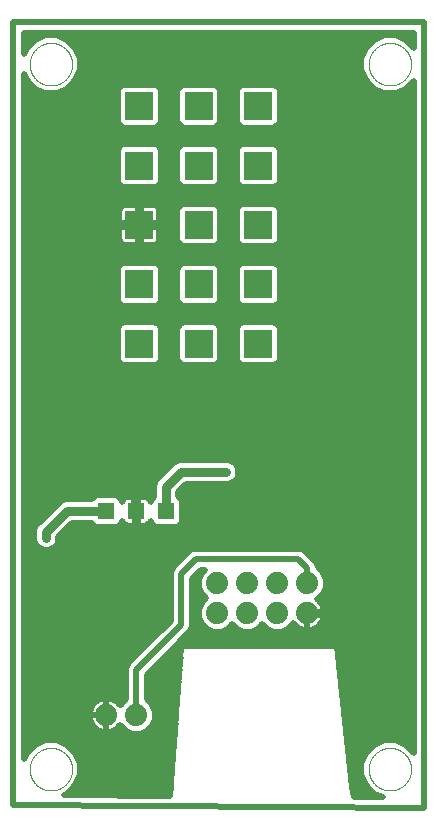
<source format=gbl>
G75*
%MOIN*%
%OFA0B0*%
%FSLAX25Y25*%
%IPPOS*%
%LPD*%
%AMOC8*
5,1,8,0,0,1.08239X$1,22.5*
%
%ADD10C,0.02000*%
%ADD11C,0.00000*%
%ADD12R,0.09300X0.09300*%
%ADD13C,0.07400*%
%ADD14R,0.05543X0.05543*%
%ADD15C,0.03000*%
%ADD16C,0.02578*%
%ADD17C,0.03200*%
D10*
X0002456Y0003000D02*
X0139456Y0002000D01*
X0139456Y0264000D01*
X0002456Y0264000D01*
X0002456Y0003000D01*
X0005956Y0018323D02*
X0005956Y0246677D01*
X0006829Y0244570D01*
X0009526Y0241873D01*
X0013049Y0240413D01*
X0016863Y0240413D01*
X0020386Y0241873D01*
X0023083Y0244570D01*
X0024543Y0248093D01*
X0024543Y0251907D01*
X0023083Y0255430D01*
X0020386Y0258127D01*
X0016863Y0259587D01*
X0013049Y0259587D01*
X0009526Y0258127D01*
X0006829Y0255430D01*
X0005956Y0253323D01*
X0005956Y0260500D01*
X0135956Y0260500D01*
X0135956Y0255557D01*
X0133386Y0258127D01*
X0129863Y0259587D01*
X0126049Y0259587D01*
X0122526Y0258127D01*
X0119829Y0255430D01*
X0118369Y0251907D01*
X0118369Y0248093D01*
X0119829Y0244570D01*
X0122526Y0241873D01*
X0126049Y0240413D01*
X0129863Y0240413D01*
X0133386Y0241873D01*
X0135956Y0244442D01*
X0135956Y0020557D01*
X0133386Y0023127D01*
X0129863Y0024587D01*
X0126049Y0024587D01*
X0122526Y0023127D01*
X0119829Y0020430D01*
X0118369Y0016907D01*
X0118369Y0013093D01*
X0119829Y0009570D01*
X0122526Y0006873D01*
X0125596Y0005601D01*
X0115931Y0005672D01*
X0115456Y0009000D01*
X0110456Y0056000D01*
X0058456Y0056000D01*
X0054691Y0006119D01*
X0019191Y0006378D01*
X0020386Y0006873D01*
X0023083Y0009570D01*
X0024543Y0013093D01*
X0024543Y0016907D01*
X0023083Y0020430D01*
X0020386Y0023127D01*
X0016863Y0024587D01*
X0013049Y0024587D01*
X0009526Y0023127D01*
X0006829Y0020430D01*
X0005956Y0018323D01*
X0005956Y0019987D02*
X0006645Y0019987D01*
X0005956Y0021985D02*
X0008384Y0021985D01*
X0005956Y0023984D02*
X0011593Y0023984D01*
X0005956Y0025982D02*
X0056190Y0025982D01*
X0056040Y0023984D02*
X0018319Y0023984D01*
X0021528Y0021985D02*
X0055889Y0021985D01*
X0055738Y0019987D02*
X0023267Y0019987D01*
X0024095Y0017988D02*
X0055587Y0017988D01*
X0055436Y0015990D02*
X0024543Y0015990D01*
X0024543Y0013991D02*
X0055286Y0013991D01*
X0055135Y0011993D02*
X0024087Y0011993D01*
X0023259Y0009994D02*
X0054984Y0009994D01*
X0054833Y0007996D02*
X0021509Y0007996D01*
X0031268Y0027718D02*
X0030469Y0028125D01*
X0029743Y0028652D01*
X0029108Y0029287D01*
X0028581Y0030013D01*
X0028174Y0030812D01*
X0027896Y0031665D01*
X0027756Y0032551D01*
X0027756Y0033000D01*
X0033456Y0033000D01*
X0033456Y0044000D01*
X0031456Y0046000D01*
X0030456Y0046000D01*
X0030456Y0054000D01*
X0041456Y0070000D01*
X0053456Y0070000D01*
X0054956Y0069949D02*
X0005956Y0069949D01*
X0005956Y0067951D02*
X0054956Y0067951D01*
X0054956Y0065952D02*
X0005956Y0065952D01*
X0005956Y0063954D02*
X0054460Y0063954D01*
X0054956Y0064450D02*
X0041473Y0050967D01*
X0040489Y0049983D01*
X0039956Y0048696D01*
X0039956Y0038261D01*
X0039944Y0038256D01*
X0038200Y0036512D01*
X0038109Y0036293D01*
X0037804Y0036713D01*
X0037169Y0037348D01*
X0036443Y0037875D01*
X0035644Y0038282D01*
X0034791Y0038560D01*
X0033905Y0038700D01*
X0033456Y0038700D01*
X0033456Y0033000D01*
X0033456Y0033000D01*
X0033456Y0027300D01*
X0033905Y0027300D01*
X0034791Y0027440D01*
X0035644Y0027718D01*
X0036443Y0028125D01*
X0037169Y0028652D01*
X0037804Y0029287D01*
X0038109Y0029707D01*
X0038200Y0029488D01*
X0039944Y0027744D01*
X0042223Y0026800D01*
X0044689Y0026800D01*
X0046968Y0027744D01*
X0048712Y0029488D01*
X0049656Y0031767D01*
X0049656Y0034233D01*
X0048712Y0036512D01*
X0046968Y0038256D01*
X0046956Y0038261D01*
X0046956Y0046550D01*
X0061423Y0061017D01*
X0061956Y0062304D01*
X0061956Y0078550D01*
X0064906Y0081500D01*
X0066188Y0081500D01*
X0065200Y0080512D01*
X0064256Y0078233D01*
X0064256Y0075767D01*
X0065200Y0073488D01*
X0066688Y0072000D01*
X0065200Y0070512D01*
X0064256Y0068233D01*
X0064256Y0065767D01*
X0065200Y0063488D01*
X0066944Y0061744D01*
X0069223Y0060800D01*
X0071689Y0060800D01*
X0073968Y0061744D01*
X0075456Y0063232D01*
X0076944Y0061744D01*
X0079223Y0060800D01*
X0081689Y0060800D01*
X0083968Y0061744D01*
X0085456Y0063232D01*
X0086944Y0061744D01*
X0089223Y0060800D01*
X0091689Y0060800D01*
X0093968Y0061744D01*
X0095712Y0063488D01*
X0095803Y0063707D01*
X0096108Y0063287D01*
X0096743Y0062652D01*
X0097469Y0062125D01*
X0098268Y0061718D01*
X0099121Y0061440D01*
X0100007Y0061300D01*
X0100456Y0061300D01*
X0100905Y0061300D01*
X0101791Y0061440D01*
X0102644Y0061718D01*
X0103443Y0062125D01*
X0104169Y0062652D01*
X0104804Y0063287D01*
X0105331Y0064013D01*
X0105738Y0064812D01*
X0106016Y0065665D01*
X0106156Y0066551D01*
X0106156Y0067000D01*
X0106156Y0067449D01*
X0106016Y0068335D01*
X0105738Y0069188D01*
X0105331Y0069987D01*
X0104804Y0070713D01*
X0104169Y0071348D01*
X0103749Y0071653D01*
X0103968Y0071744D01*
X0105712Y0073488D01*
X0106656Y0075767D01*
X0106656Y0078233D01*
X0105712Y0080512D01*
X0103968Y0082256D01*
X0103956Y0082261D01*
X0103956Y0082696D01*
X0103423Y0083983D01*
X0100423Y0086983D01*
X0099439Y0087967D01*
X0098152Y0088500D01*
X0062760Y0088500D01*
X0061473Y0087967D01*
X0056473Y0082967D01*
X0055489Y0081983D01*
X0054956Y0080696D01*
X0054956Y0064450D01*
X0052462Y0061955D02*
X0005956Y0061955D01*
X0005956Y0059957D02*
X0050463Y0059957D01*
X0048465Y0057958D02*
X0005956Y0057958D01*
X0005956Y0055960D02*
X0046466Y0055960D01*
X0044468Y0053961D02*
X0005956Y0053961D01*
X0005956Y0051963D02*
X0042469Y0051963D01*
X0043456Y0048000D02*
X0043456Y0033000D01*
X0039661Y0037973D02*
X0036251Y0037973D01*
X0033456Y0037973D02*
X0033456Y0037973D01*
X0033456Y0038700D02*
X0033007Y0038700D01*
X0032121Y0038560D01*
X0031268Y0038282D01*
X0030469Y0037875D01*
X0029743Y0037348D01*
X0029108Y0036713D01*
X0028581Y0035987D01*
X0028174Y0035188D01*
X0027896Y0034335D01*
X0027756Y0033449D01*
X0027756Y0033000D01*
X0033456Y0033000D01*
X0033456Y0033000D01*
X0033456Y0033000D01*
X0033456Y0038700D01*
X0033456Y0035975D02*
X0033456Y0035975D01*
X0033456Y0033976D02*
X0033456Y0033976D01*
X0033456Y0033000D02*
X0033456Y0027300D01*
X0033007Y0027300D01*
X0032121Y0027440D01*
X0031268Y0027718D01*
X0030752Y0027981D02*
X0005956Y0027981D01*
X0005956Y0029979D02*
X0028605Y0029979D01*
X0027847Y0031978D02*
X0005956Y0031978D01*
X0005956Y0033976D02*
X0027840Y0033976D01*
X0028574Y0035975D02*
X0005956Y0035975D01*
X0005956Y0037973D02*
X0030661Y0037973D01*
X0033456Y0031978D02*
X0033456Y0031978D01*
X0033456Y0029979D02*
X0033456Y0029979D01*
X0033456Y0027981D02*
X0033456Y0027981D01*
X0036160Y0027981D02*
X0039707Y0027981D01*
X0047205Y0027981D02*
X0056341Y0027981D01*
X0056492Y0029979D02*
X0048916Y0029979D01*
X0049656Y0031978D02*
X0056643Y0031978D01*
X0056794Y0033976D02*
X0049656Y0033976D01*
X0048935Y0035975D02*
X0056945Y0035975D01*
X0057095Y0037973D02*
X0047251Y0037973D01*
X0046956Y0039972D02*
X0057246Y0039972D01*
X0057397Y0041970D02*
X0046956Y0041970D01*
X0046956Y0043969D02*
X0057548Y0043969D01*
X0057699Y0045967D02*
X0046956Y0045967D01*
X0048371Y0047966D02*
X0057850Y0047966D01*
X0058000Y0049964D02*
X0050370Y0049964D01*
X0052369Y0051963D02*
X0058151Y0051963D01*
X0058302Y0053961D02*
X0054367Y0053961D01*
X0056366Y0055960D02*
X0058453Y0055960D01*
X0058364Y0057958D02*
X0135956Y0057958D01*
X0135956Y0055960D02*
X0110460Y0055960D01*
X0110673Y0053961D02*
X0135956Y0053961D01*
X0135956Y0051963D02*
X0110885Y0051963D01*
X0111098Y0049964D02*
X0135956Y0049964D01*
X0135956Y0047966D02*
X0111311Y0047966D01*
X0111523Y0045967D02*
X0135956Y0045967D01*
X0135956Y0043969D02*
X0111736Y0043969D01*
X0111949Y0041970D02*
X0135956Y0041970D01*
X0135956Y0039972D02*
X0112161Y0039972D01*
X0112374Y0037973D02*
X0135956Y0037973D01*
X0135956Y0035975D02*
X0112586Y0035975D01*
X0112799Y0033976D02*
X0135956Y0033976D01*
X0135956Y0031978D02*
X0113012Y0031978D01*
X0113224Y0029979D02*
X0135956Y0029979D01*
X0135956Y0027981D02*
X0113437Y0027981D01*
X0113649Y0025982D02*
X0135956Y0025982D01*
X0135956Y0023984D02*
X0131319Y0023984D01*
X0134528Y0021985D02*
X0135956Y0021985D01*
X0124593Y0023984D02*
X0113862Y0023984D01*
X0114075Y0021985D02*
X0121384Y0021985D01*
X0119645Y0019987D02*
X0114287Y0019987D01*
X0114500Y0017988D02*
X0118817Y0017988D01*
X0118369Y0015990D02*
X0114712Y0015990D01*
X0114925Y0013991D02*
X0118369Y0013991D01*
X0118825Y0011993D02*
X0115138Y0011993D01*
X0115350Y0009994D02*
X0119653Y0009994D01*
X0121403Y0007996D02*
X0115599Y0007996D01*
X0115885Y0005997D02*
X0124640Y0005997D01*
X0135956Y0059957D02*
X0060363Y0059957D01*
X0061812Y0061955D02*
X0066733Y0061955D01*
X0065007Y0063954D02*
X0061956Y0063954D01*
X0061956Y0065952D02*
X0064256Y0065952D01*
X0064256Y0067951D02*
X0061956Y0067951D01*
X0061956Y0069949D02*
X0064967Y0069949D01*
X0065010Y0073946D02*
X0061956Y0073946D01*
X0061956Y0071948D02*
X0066636Y0071948D01*
X0064256Y0075945D02*
X0061956Y0075945D01*
X0061956Y0077943D02*
X0064256Y0077943D01*
X0064964Y0079942D02*
X0063348Y0079942D01*
X0058456Y0080000D02*
X0063456Y0085000D01*
X0097456Y0085000D01*
X0100456Y0082000D01*
X0100456Y0077000D01*
X0104284Y0081940D02*
X0135956Y0081940D01*
X0135956Y0079942D02*
X0105948Y0079942D01*
X0106656Y0077943D02*
X0135956Y0077943D01*
X0135956Y0075945D02*
X0106656Y0075945D01*
X0105902Y0073946D02*
X0135956Y0073946D01*
X0135956Y0071948D02*
X0104172Y0071948D01*
X0105350Y0069949D02*
X0135956Y0069949D01*
X0135956Y0067951D02*
X0106076Y0067951D01*
X0106156Y0067000D02*
X0100456Y0067000D01*
X0100456Y0067000D01*
X0106156Y0067000D01*
X0106061Y0065952D02*
X0135956Y0065952D01*
X0135956Y0063954D02*
X0105288Y0063954D01*
X0103111Y0061955D02*
X0135956Y0061955D01*
X0135956Y0083939D02*
X0103441Y0083939D01*
X0101468Y0085937D02*
X0135956Y0085937D01*
X0135956Y0087936D02*
X0099470Y0087936D01*
X0100456Y0108000D02*
X0101456Y0108000D01*
X0101456Y0127000D02*
X0109456Y0127000D01*
X0101456Y0127000D02*
X0101456Y0141000D01*
X0100456Y0142000D01*
X0100456Y0145000D02*
X0094456Y0166000D01*
X0090825Y0162866D02*
X0091206Y0161947D01*
X0091206Y0151653D01*
X0090825Y0150734D01*
X0090122Y0150031D01*
X0089203Y0149650D01*
X0078909Y0149650D01*
X0077990Y0150031D01*
X0077287Y0150734D01*
X0076906Y0151653D01*
X0076906Y0161947D01*
X0077287Y0162866D01*
X0077990Y0163569D01*
X0078909Y0163950D01*
X0089203Y0163950D01*
X0090122Y0163569D01*
X0090825Y0162866D01*
X0091206Y0161881D02*
X0135956Y0161881D01*
X0135956Y0163879D02*
X0089374Y0163879D01*
X0091206Y0159882D02*
X0135956Y0159882D01*
X0135956Y0157884D02*
X0091206Y0157884D01*
X0091206Y0155885D02*
X0135956Y0155885D01*
X0135956Y0153887D02*
X0091206Y0153887D01*
X0091206Y0151888D02*
X0135956Y0151888D01*
X0135956Y0149890D02*
X0089782Y0149890D01*
X0089203Y0169450D02*
X0090122Y0169831D01*
X0090825Y0170534D01*
X0091206Y0171453D01*
X0091206Y0181747D01*
X0090825Y0182666D01*
X0090122Y0183369D01*
X0089203Y0183750D01*
X0078909Y0183750D01*
X0077990Y0183369D01*
X0077287Y0182666D01*
X0076906Y0181747D01*
X0076906Y0171453D01*
X0077287Y0170534D01*
X0077990Y0169831D01*
X0078909Y0169450D01*
X0089203Y0169450D01*
X0090166Y0169875D02*
X0135956Y0169875D01*
X0135956Y0171873D02*
X0091206Y0171873D01*
X0091206Y0173872D02*
X0135956Y0173872D01*
X0135956Y0175870D02*
X0091206Y0175870D01*
X0091206Y0177869D02*
X0135956Y0177869D01*
X0135956Y0179868D02*
X0091206Y0179868D01*
X0091157Y0181866D02*
X0135956Y0181866D01*
X0135956Y0183865D02*
X0005956Y0183865D01*
X0005956Y0185863D02*
X0135956Y0185863D01*
X0135956Y0187862D02*
X0005956Y0187862D01*
X0005956Y0189860D02*
X0039132Y0189860D01*
X0039034Y0189886D02*
X0039543Y0189750D01*
X0043906Y0189750D01*
X0043906Y0195850D01*
X0045006Y0195850D01*
X0045006Y0196950D01*
X0051106Y0196950D01*
X0051106Y0201313D01*
X0050970Y0201822D01*
X0050706Y0202278D01*
X0050334Y0202650D01*
X0049878Y0202914D01*
X0049369Y0203050D01*
X0045006Y0203050D01*
X0045006Y0196950D01*
X0043906Y0196950D01*
X0043906Y0203050D01*
X0039543Y0203050D01*
X0039034Y0202914D01*
X0038578Y0202650D01*
X0038206Y0202278D01*
X0037942Y0201822D01*
X0037806Y0201313D01*
X0037806Y0196950D01*
X0043906Y0196950D01*
X0043906Y0195850D01*
X0037806Y0195850D01*
X0037806Y0191487D01*
X0037942Y0190978D01*
X0038206Y0190522D01*
X0038578Y0190150D01*
X0039034Y0189886D01*
X0037806Y0191859D02*
X0005956Y0191859D01*
X0005956Y0193857D02*
X0037806Y0193857D01*
X0037806Y0197854D02*
X0005956Y0197854D01*
X0005956Y0195856D02*
X0043906Y0195856D01*
X0045006Y0195850D02*
X0045006Y0189750D01*
X0049369Y0189750D01*
X0049878Y0189886D01*
X0050334Y0190150D01*
X0050706Y0190522D01*
X0050970Y0190978D01*
X0051106Y0191487D01*
X0051106Y0195850D01*
X0045006Y0195850D01*
X0045006Y0195856D02*
X0057106Y0195856D01*
X0057106Y0197854D02*
X0051106Y0197854D01*
X0051106Y0199853D02*
X0057106Y0199853D01*
X0057106Y0201547D02*
X0057106Y0191253D01*
X0057487Y0190334D01*
X0058190Y0189631D01*
X0059109Y0189250D01*
X0069403Y0189250D01*
X0070322Y0189631D01*
X0071025Y0190334D01*
X0071406Y0191253D01*
X0071406Y0201547D01*
X0071025Y0202466D01*
X0070322Y0203169D01*
X0069403Y0203550D01*
X0059109Y0203550D01*
X0058190Y0203169D01*
X0057487Y0202466D01*
X0057106Y0201547D01*
X0057232Y0201851D02*
X0050953Y0201851D01*
X0049603Y0209050D02*
X0050522Y0209431D01*
X0051225Y0210134D01*
X0051606Y0211053D01*
X0051606Y0221347D01*
X0051225Y0222266D01*
X0050522Y0222969D01*
X0049603Y0223350D01*
X0039309Y0223350D01*
X0038390Y0222969D01*
X0037687Y0222266D01*
X0037306Y0221347D01*
X0037306Y0211053D01*
X0037687Y0210134D01*
X0038390Y0209431D01*
X0039309Y0209050D01*
X0049603Y0209050D01*
X0050937Y0209845D02*
X0057775Y0209845D01*
X0057487Y0210134D02*
X0058190Y0209431D01*
X0059109Y0209050D01*
X0069403Y0209050D01*
X0070322Y0209431D01*
X0071025Y0210134D01*
X0071406Y0211053D01*
X0071406Y0221347D01*
X0071025Y0222266D01*
X0070322Y0222969D01*
X0069403Y0223350D01*
X0059109Y0223350D01*
X0058190Y0222969D01*
X0057487Y0222266D01*
X0057106Y0221347D01*
X0057106Y0211053D01*
X0057487Y0210134D01*
X0057106Y0211844D02*
X0051606Y0211844D01*
X0051606Y0213842D02*
X0057106Y0213842D01*
X0057106Y0215841D02*
X0051606Y0215841D01*
X0051606Y0217839D02*
X0057106Y0217839D01*
X0057106Y0219838D02*
X0051606Y0219838D01*
X0051403Y0221836D02*
X0057309Y0221836D01*
X0059109Y0228850D02*
X0069403Y0228850D01*
X0070322Y0229231D01*
X0071025Y0229934D01*
X0071406Y0230853D01*
X0071406Y0241147D01*
X0071025Y0242066D01*
X0070322Y0242769D01*
X0069403Y0243150D01*
X0059109Y0243150D01*
X0058190Y0242769D01*
X0057487Y0242066D01*
X0057106Y0241147D01*
X0057106Y0230853D01*
X0057487Y0229934D01*
X0058190Y0229231D01*
X0059109Y0228850D01*
X0057590Y0229830D02*
X0051122Y0229830D01*
X0051225Y0229934D02*
X0051606Y0230853D01*
X0051606Y0241147D01*
X0051225Y0242066D01*
X0050522Y0242769D01*
X0049603Y0243150D01*
X0039309Y0243150D01*
X0038390Y0242769D01*
X0037687Y0242066D01*
X0037306Y0241147D01*
X0037306Y0230853D01*
X0037687Y0229934D01*
X0038390Y0229231D01*
X0039309Y0228850D01*
X0049603Y0228850D01*
X0050522Y0229231D01*
X0051225Y0229934D01*
X0051606Y0231829D02*
X0057106Y0231829D01*
X0057106Y0233827D02*
X0051606Y0233827D01*
X0051606Y0235826D02*
X0057106Y0235826D01*
X0057106Y0237824D02*
X0051606Y0237824D01*
X0051606Y0239823D02*
X0057106Y0239823D01*
X0057385Y0241821D02*
X0051327Y0241821D01*
X0037585Y0241821D02*
X0020262Y0241821D01*
X0022333Y0243820D02*
X0120579Y0243820D01*
X0119312Y0245818D02*
X0023600Y0245818D01*
X0024428Y0247817D02*
X0118484Y0247817D01*
X0118369Y0249815D02*
X0024543Y0249815D01*
X0024543Y0251814D02*
X0118369Y0251814D01*
X0119159Y0253812D02*
X0023753Y0253812D01*
X0022703Y0255811D02*
X0120209Y0255811D01*
X0122208Y0257809D02*
X0020704Y0257809D01*
X0009208Y0257809D02*
X0005956Y0257809D01*
X0005956Y0255811D02*
X0007209Y0255811D01*
X0006159Y0253812D02*
X0005956Y0253812D01*
X0005956Y0259808D02*
X0135956Y0259808D01*
X0135956Y0257809D02*
X0133704Y0257809D01*
X0135703Y0255811D02*
X0135956Y0255811D01*
X0135956Y0243820D02*
X0135333Y0243820D01*
X0135956Y0241821D02*
X0133262Y0241821D01*
X0135956Y0239823D02*
X0091206Y0239823D01*
X0091206Y0241147D02*
X0090825Y0242066D01*
X0090122Y0242769D01*
X0089203Y0243150D01*
X0078909Y0243150D01*
X0077990Y0242769D01*
X0077287Y0242066D01*
X0076906Y0241147D01*
X0076906Y0230853D01*
X0077287Y0229934D01*
X0077990Y0229231D01*
X0078909Y0228850D01*
X0089203Y0228850D01*
X0090122Y0229231D01*
X0090825Y0229934D01*
X0091206Y0230853D01*
X0091206Y0241147D01*
X0090927Y0241821D02*
X0122650Y0241821D01*
X0135956Y0237824D02*
X0091206Y0237824D01*
X0091206Y0235826D02*
X0135956Y0235826D01*
X0135956Y0233827D02*
X0091206Y0233827D01*
X0091206Y0231829D02*
X0135956Y0231829D01*
X0135956Y0229830D02*
X0090722Y0229830D01*
X0089203Y0223350D02*
X0078909Y0223350D01*
X0077990Y0222969D01*
X0077287Y0222266D01*
X0076906Y0221347D01*
X0076906Y0211053D01*
X0077287Y0210134D01*
X0077990Y0209431D01*
X0078909Y0209050D01*
X0089203Y0209050D01*
X0090122Y0209431D01*
X0090825Y0210134D01*
X0091206Y0211053D01*
X0091206Y0221347D01*
X0090825Y0222266D01*
X0090122Y0222969D01*
X0089203Y0223350D01*
X0091003Y0221836D02*
X0135956Y0221836D01*
X0135956Y0219838D02*
X0091206Y0219838D01*
X0091206Y0217839D02*
X0135956Y0217839D01*
X0135956Y0215841D02*
X0091206Y0215841D01*
X0091206Y0213842D02*
X0135956Y0213842D01*
X0135956Y0211844D02*
X0091206Y0211844D01*
X0090537Y0209845D02*
X0135956Y0209845D01*
X0135956Y0207847D02*
X0005956Y0207847D01*
X0005956Y0209845D02*
X0037975Y0209845D01*
X0037306Y0211844D02*
X0005956Y0211844D01*
X0005956Y0213842D02*
X0037306Y0213842D01*
X0037306Y0215841D02*
X0005956Y0215841D01*
X0005956Y0217839D02*
X0037306Y0217839D01*
X0037306Y0219838D02*
X0005956Y0219838D01*
X0005956Y0221836D02*
X0037509Y0221836D01*
X0037790Y0229830D02*
X0005956Y0229830D01*
X0005956Y0227832D02*
X0135956Y0227832D01*
X0135956Y0225833D02*
X0005956Y0225833D01*
X0005956Y0223835D02*
X0135956Y0223835D01*
X0135956Y0205848D02*
X0005956Y0205848D01*
X0005956Y0203850D02*
X0135956Y0203850D01*
X0135956Y0201851D02*
X0091080Y0201851D01*
X0091206Y0201547D02*
X0090825Y0202466D01*
X0090122Y0203169D01*
X0089203Y0203550D01*
X0078909Y0203550D01*
X0077990Y0203169D01*
X0077287Y0202466D01*
X0076906Y0201547D01*
X0076906Y0191253D01*
X0077287Y0190334D01*
X0077990Y0189631D01*
X0078909Y0189250D01*
X0089203Y0189250D01*
X0090122Y0189631D01*
X0090825Y0190334D01*
X0091206Y0191253D01*
X0091206Y0201547D01*
X0091206Y0199853D02*
X0135956Y0199853D01*
X0135956Y0197854D02*
X0091206Y0197854D01*
X0091206Y0195856D02*
X0135956Y0195856D01*
X0135956Y0193857D02*
X0091206Y0193857D01*
X0091206Y0191859D02*
X0135956Y0191859D01*
X0135956Y0189860D02*
X0090352Y0189860D01*
X0077945Y0169875D02*
X0070366Y0169875D01*
X0070322Y0169831D02*
X0071025Y0170534D01*
X0071406Y0171453D01*
X0071406Y0181747D01*
X0071025Y0182666D01*
X0070322Y0183369D01*
X0069403Y0183750D01*
X0059109Y0183750D01*
X0058190Y0183369D01*
X0057487Y0182666D01*
X0057106Y0181747D01*
X0057106Y0171453D01*
X0057487Y0170534D01*
X0058190Y0169831D01*
X0059109Y0169450D01*
X0069403Y0169450D01*
X0070322Y0169831D01*
X0071406Y0171873D02*
X0076906Y0171873D01*
X0076906Y0173872D02*
X0071406Y0173872D01*
X0071406Y0175870D02*
X0076906Y0175870D01*
X0076906Y0177869D02*
X0071406Y0177869D01*
X0071406Y0179868D02*
X0076906Y0179868D01*
X0076955Y0181866D02*
X0071357Y0181866D01*
X0070552Y0189860D02*
X0077760Y0189860D01*
X0076906Y0191859D02*
X0071406Y0191859D01*
X0071406Y0193857D02*
X0076906Y0193857D01*
X0076906Y0195856D02*
X0071406Y0195856D01*
X0071406Y0197854D02*
X0076906Y0197854D01*
X0076906Y0199853D02*
X0071406Y0199853D01*
X0071280Y0201851D02*
X0077032Y0201851D01*
X0077575Y0209845D02*
X0070737Y0209845D01*
X0071406Y0211844D02*
X0076906Y0211844D01*
X0076906Y0213842D02*
X0071406Y0213842D01*
X0071406Y0215841D02*
X0076906Y0215841D01*
X0076906Y0217839D02*
X0071406Y0217839D01*
X0071406Y0219838D02*
X0076906Y0219838D01*
X0077109Y0221836D02*
X0071203Y0221836D01*
X0070922Y0229830D02*
X0077390Y0229830D01*
X0076906Y0231829D02*
X0071406Y0231829D01*
X0071406Y0233827D02*
X0076906Y0233827D01*
X0076906Y0235826D02*
X0071406Y0235826D01*
X0071406Y0237824D02*
X0076906Y0237824D01*
X0076906Y0239823D02*
X0071406Y0239823D01*
X0071127Y0241821D02*
X0077185Y0241821D01*
X0057106Y0193857D02*
X0051106Y0193857D01*
X0051106Y0191859D02*
X0057106Y0191859D01*
X0057960Y0189860D02*
X0049780Y0189860D01*
X0049603Y0183750D02*
X0039309Y0183750D01*
X0038390Y0183369D01*
X0037687Y0182666D01*
X0037306Y0181747D01*
X0037306Y0171453D01*
X0037687Y0170534D01*
X0038390Y0169831D01*
X0039309Y0169450D01*
X0049603Y0169450D01*
X0050522Y0169831D01*
X0051225Y0170534D01*
X0051606Y0171453D01*
X0051606Y0181747D01*
X0051225Y0182666D01*
X0050522Y0183369D01*
X0049603Y0183750D01*
X0051557Y0181866D02*
X0057155Y0181866D01*
X0057106Y0179868D02*
X0051606Y0179868D01*
X0051606Y0177869D02*
X0057106Y0177869D01*
X0057106Y0175870D02*
X0051606Y0175870D01*
X0051606Y0173872D02*
X0057106Y0173872D01*
X0057106Y0171873D02*
X0051606Y0171873D01*
X0050566Y0169875D02*
X0058145Y0169875D01*
X0059109Y0163950D02*
X0058190Y0163569D01*
X0057487Y0162866D01*
X0057106Y0161947D01*
X0057106Y0151653D01*
X0057487Y0150734D01*
X0058190Y0150031D01*
X0059109Y0149650D01*
X0069403Y0149650D01*
X0070322Y0150031D01*
X0071025Y0150734D01*
X0071406Y0151653D01*
X0071406Y0161947D01*
X0071025Y0162866D01*
X0070322Y0163569D01*
X0069403Y0163950D01*
X0059109Y0163950D01*
X0058938Y0163879D02*
X0049774Y0163879D01*
X0049603Y0163950D02*
X0039309Y0163950D01*
X0038390Y0163569D01*
X0037687Y0162866D01*
X0037306Y0161947D01*
X0037306Y0151653D01*
X0037687Y0150734D01*
X0038390Y0150031D01*
X0039309Y0149650D01*
X0049603Y0149650D01*
X0050522Y0150031D01*
X0051225Y0150734D01*
X0051606Y0151653D01*
X0051606Y0161947D01*
X0051225Y0162866D01*
X0050522Y0163569D01*
X0049603Y0163950D01*
X0051606Y0161881D02*
X0057106Y0161881D01*
X0057106Y0159882D02*
X0051606Y0159882D01*
X0051606Y0157884D02*
X0057106Y0157884D01*
X0057106Y0155885D02*
X0051606Y0155885D01*
X0051606Y0153887D02*
X0057106Y0153887D01*
X0057106Y0151888D02*
X0051606Y0151888D01*
X0050182Y0149890D02*
X0058530Y0149890D01*
X0069982Y0149890D02*
X0078330Y0149890D01*
X0076906Y0151888D02*
X0071406Y0151888D01*
X0071406Y0153887D02*
X0076906Y0153887D01*
X0076906Y0155885D02*
X0071406Y0155885D01*
X0071406Y0157884D02*
X0076906Y0157884D01*
X0076906Y0159882D02*
X0071406Y0159882D01*
X0071406Y0161881D02*
X0076906Y0161881D01*
X0078738Y0163879D02*
X0069574Y0163879D01*
X0074252Y0118000D02*
X0057660Y0118000D01*
X0056190Y0117391D01*
X0055065Y0116266D01*
X0050065Y0111266D01*
X0049456Y0109796D01*
X0049456Y0105969D01*
X0049268Y0105891D01*
X0048565Y0105188D01*
X0048184Y0104269D01*
X0048184Y0104196D01*
X0048091Y0104544D01*
X0047828Y0105000D01*
X0047456Y0105372D01*
X0047000Y0105635D01*
X0046491Y0105772D01*
X0043456Y0105772D01*
X0040421Y0105772D01*
X0039912Y0105635D01*
X0039456Y0105372D01*
X0039084Y0105000D01*
X0038821Y0104544D01*
X0038728Y0104196D01*
X0038728Y0104269D01*
X0038347Y0105188D01*
X0037644Y0105891D01*
X0036725Y0106272D01*
X0030187Y0106272D01*
X0029268Y0105891D01*
X0028565Y0105188D01*
X0028487Y0105000D01*
X0019660Y0105000D01*
X0018190Y0104391D01*
X0011190Y0097391D01*
X0010065Y0096266D01*
X0009456Y0094796D01*
X0009456Y0091204D01*
X0010065Y0089734D01*
X0011190Y0088609D01*
X0012660Y0088000D01*
X0014252Y0088000D01*
X0015722Y0088609D01*
X0016847Y0089734D01*
X0017456Y0091204D01*
X0017456Y0092343D01*
X0022113Y0097000D01*
X0028487Y0097000D01*
X0028565Y0096812D01*
X0029268Y0096109D01*
X0030187Y0095728D01*
X0036725Y0095728D01*
X0037644Y0096109D01*
X0038347Y0096812D01*
X0038728Y0097731D01*
X0038728Y0097803D01*
X0038821Y0097456D01*
X0039084Y0097000D01*
X0039456Y0096628D01*
X0039912Y0096365D01*
X0040421Y0096228D01*
X0043456Y0096228D01*
X0046491Y0096228D01*
X0047000Y0096365D01*
X0047456Y0096628D01*
X0047828Y0097000D01*
X0048091Y0097456D01*
X0048184Y0097803D01*
X0048184Y0097731D01*
X0048565Y0096812D01*
X0049268Y0096109D01*
X0050187Y0095728D01*
X0056725Y0095728D01*
X0057644Y0096109D01*
X0058347Y0096812D01*
X0058728Y0097731D01*
X0058728Y0104269D01*
X0058347Y0105188D01*
X0057644Y0105891D01*
X0057456Y0105969D01*
X0057456Y0107343D01*
X0060113Y0110000D01*
X0074252Y0110000D01*
X0075722Y0110609D01*
X0076847Y0111734D01*
X0077456Y0113204D01*
X0077456Y0114796D01*
X0076847Y0116266D01*
X0075722Y0117391D01*
X0074252Y0118000D01*
X0074460Y0117914D02*
X0135956Y0117914D01*
X0135956Y0119912D02*
X0005956Y0119912D01*
X0005956Y0117914D02*
X0057452Y0117914D01*
X0054714Y0115915D02*
X0005956Y0115915D01*
X0005956Y0113917D02*
X0052716Y0113917D01*
X0050717Y0111918D02*
X0005956Y0111918D01*
X0005956Y0109920D02*
X0049507Y0109920D01*
X0049456Y0107921D02*
X0005956Y0107921D01*
X0005956Y0105923D02*
X0029344Y0105923D01*
X0029700Y0095930D02*
X0021043Y0095930D01*
X0019044Y0093932D02*
X0135956Y0093932D01*
X0135956Y0095930D02*
X0057212Y0095930D01*
X0058728Y0097929D02*
X0135956Y0097929D01*
X0135956Y0099927D02*
X0058728Y0099927D01*
X0058728Y0101926D02*
X0135956Y0101926D01*
X0135956Y0103924D02*
X0058728Y0103924D01*
X0057568Y0105923D02*
X0135956Y0105923D01*
X0135956Y0107921D02*
X0058034Y0107921D01*
X0060032Y0109920D02*
X0135956Y0109920D01*
X0135956Y0111918D02*
X0076923Y0111918D01*
X0077456Y0113917D02*
X0135956Y0113917D01*
X0135956Y0115915D02*
X0076992Y0115915D01*
X0061442Y0087936D02*
X0005956Y0087936D01*
X0005956Y0089934D02*
X0009982Y0089934D01*
X0009456Y0091933D02*
X0005956Y0091933D01*
X0005956Y0093932D02*
X0009456Y0093932D01*
X0009926Y0095930D02*
X0005956Y0095930D01*
X0005956Y0097929D02*
X0011728Y0097929D01*
X0013726Y0099927D02*
X0005956Y0099927D01*
X0005956Y0101926D02*
X0015725Y0101926D01*
X0017723Y0103924D02*
X0005956Y0103924D01*
X0005956Y0121911D02*
X0135956Y0121911D01*
X0135956Y0123909D02*
X0005956Y0123909D01*
X0005956Y0125908D02*
X0135956Y0125908D01*
X0135956Y0127906D02*
X0005956Y0127906D01*
X0005956Y0129905D02*
X0135956Y0129905D01*
X0135956Y0131903D02*
X0005956Y0131903D01*
X0005956Y0133902D02*
X0135956Y0133902D01*
X0135956Y0135900D02*
X0005956Y0135900D01*
X0005956Y0137899D02*
X0135956Y0137899D01*
X0135956Y0139897D02*
X0005956Y0139897D01*
X0005956Y0141896D02*
X0135956Y0141896D01*
X0135956Y0143894D02*
X0005956Y0143894D01*
X0005956Y0145893D02*
X0135956Y0145893D01*
X0135956Y0147891D02*
X0005956Y0147891D01*
X0005956Y0149890D02*
X0038730Y0149890D01*
X0037306Y0151888D02*
X0005956Y0151888D01*
X0005956Y0153887D02*
X0037306Y0153887D01*
X0037306Y0155885D02*
X0005956Y0155885D01*
X0005956Y0157884D02*
X0037306Y0157884D01*
X0037306Y0159882D02*
X0005956Y0159882D01*
X0005956Y0161881D02*
X0037306Y0161881D01*
X0039138Y0163879D02*
X0005956Y0163879D01*
X0005956Y0165878D02*
X0135956Y0165878D01*
X0135956Y0167876D02*
X0005956Y0167876D01*
X0005956Y0169875D02*
X0038345Y0169875D01*
X0037306Y0171873D02*
X0005956Y0171873D01*
X0005956Y0173872D02*
X0037306Y0173872D01*
X0037306Y0175870D02*
X0005956Y0175870D01*
X0005956Y0177869D02*
X0037306Y0177869D01*
X0037306Y0179868D02*
X0005956Y0179868D01*
X0005956Y0181866D02*
X0037355Y0181866D01*
X0043906Y0189860D02*
X0045006Y0189860D01*
X0045006Y0191859D02*
X0043906Y0191859D01*
X0043906Y0193857D02*
X0045006Y0193857D01*
X0045006Y0197854D02*
X0043906Y0197854D01*
X0043906Y0199853D02*
X0045006Y0199853D01*
X0045006Y0201851D02*
X0043906Y0201851D01*
X0037959Y0201851D02*
X0005956Y0201851D01*
X0005956Y0199853D02*
X0037806Y0199853D01*
X0037306Y0231829D02*
X0005956Y0231829D01*
X0005956Y0233827D02*
X0037306Y0233827D01*
X0037306Y0235826D02*
X0005956Y0235826D01*
X0005956Y0237824D02*
X0037306Y0237824D01*
X0037306Y0239823D02*
X0005956Y0239823D01*
X0005956Y0241821D02*
X0009650Y0241821D01*
X0007579Y0243820D02*
X0005956Y0243820D01*
X0005956Y0245818D02*
X0006312Y0245818D01*
X0037568Y0105923D02*
X0049344Y0105923D01*
X0049700Y0095930D02*
X0037212Y0095930D01*
X0043456Y0096228D02*
X0043456Y0101000D01*
X0043456Y0101000D01*
X0043456Y0105772D01*
X0043456Y0101000D01*
X0043456Y0096228D01*
X0043456Y0097929D02*
X0043456Y0097929D01*
X0043456Y0099927D02*
X0043456Y0099927D01*
X0043456Y0101000D02*
X0043456Y0101000D01*
X0043456Y0101926D02*
X0043456Y0101926D01*
X0043456Y0103924D02*
X0043456Y0103924D01*
X0055471Y0081940D02*
X0005956Y0081940D01*
X0005956Y0079942D02*
X0054956Y0079942D01*
X0054956Y0077943D02*
X0005956Y0077943D01*
X0005956Y0075945D02*
X0054956Y0075945D01*
X0054956Y0073946D02*
X0005956Y0073946D01*
X0005956Y0071948D02*
X0054956Y0071948D01*
X0058456Y0080000D02*
X0058456Y0063000D01*
X0043456Y0048000D01*
X0039956Y0047966D02*
X0005956Y0047966D01*
X0005956Y0049964D02*
X0040481Y0049964D01*
X0039956Y0045967D02*
X0005956Y0045967D01*
X0005956Y0043969D02*
X0039956Y0043969D01*
X0039956Y0041970D02*
X0005956Y0041970D01*
X0005956Y0039972D02*
X0039956Y0039972D01*
X0057445Y0083939D02*
X0005956Y0083939D01*
X0005956Y0085937D02*
X0059444Y0085937D01*
X0074179Y0061955D02*
X0076733Y0061955D01*
X0084179Y0061955D02*
X0086733Y0061955D01*
X0094179Y0061955D02*
X0097801Y0061955D01*
X0100456Y0061955D02*
X0100456Y0061955D01*
X0100456Y0061300D02*
X0100456Y0067000D01*
X0100456Y0067000D01*
X0100456Y0061300D01*
X0100456Y0063954D02*
X0100456Y0063954D01*
X0100456Y0065952D02*
X0100456Y0065952D01*
X0135956Y0089934D02*
X0016930Y0089934D01*
X0017456Y0091933D02*
X0135956Y0091933D01*
X0129456Y0164000D02*
X0100456Y0164000D01*
D11*
X0120869Y0250000D02*
X0120871Y0250174D01*
X0120878Y0250348D01*
X0120888Y0250521D01*
X0120903Y0250695D01*
X0120922Y0250868D01*
X0120946Y0251040D01*
X0120973Y0251212D01*
X0121005Y0251383D01*
X0121041Y0251553D01*
X0121081Y0251722D01*
X0121126Y0251890D01*
X0121174Y0252057D01*
X0121227Y0252223D01*
X0121283Y0252388D01*
X0121344Y0252551D01*
X0121408Y0252712D01*
X0121477Y0252872D01*
X0121549Y0253030D01*
X0121626Y0253186D01*
X0121706Y0253341D01*
X0121790Y0253493D01*
X0121877Y0253643D01*
X0121969Y0253792D01*
X0122063Y0253937D01*
X0122162Y0254081D01*
X0122264Y0254222D01*
X0122369Y0254360D01*
X0122478Y0254496D01*
X0122590Y0254629D01*
X0122705Y0254759D01*
X0122823Y0254887D01*
X0122945Y0255011D01*
X0123069Y0255133D01*
X0123197Y0255251D01*
X0123327Y0255366D01*
X0123460Y0255478D01*
X0123596Y0255587D01*
X0123734Y0255692D01*
X0123875Y0255794D01*
X0124019Y0255893D01*
X0124164Y0255987D01*
X0124313Y0256079D01*
X0124463Y0256166D01*
X0124615Y0256250D01*
X0124770Y0256330D01*
X0124926Y0256407D01*
X0125084Y0256479D01*
X0125244Y0256548D01*
X0125405Y0256612D01*
X0125568Y0256673D01*
X0125733Y0256729D01*
X0125899Y0256782D01*
X0126066Y0256830D01*
X0126234Y0256875D01*
X0126403Y0256915D01*
X0126573Y0256951D01*
X0126744Y0256983D01*
X0126916Y0257010D01*
X0127088Y0257034D01*
X0127261Y0257053D01*
X0127435Y0257068D01*
X0127608Y0257078D01*
X0127782Y0257085D01*
X0127956Y0257087D01*
X0128130Y0257085D01*
X0128304Y0257078D01*
X0128477Y0257068D01*
X0128651Y0257053D01*
X0128824Y0257034D01*
X0128996Y0257010D01*
X0129168Y0256983D01*
X0129339Y0256951D01*
X0129509Y0256915D01*
X0129678Y0256875D01*
X0129846Y0256830D01*
X0130013Y0256782D01*
X0130179Y0256729D01*
X0130344Y0256673D01*
X0130507Y0256612D01*
X0130668Y0256548D01*
X0130828Y0256479D01*
X0130986Y0256407D01*
X0131142Y0256330D01*
X0131297Y0256250D01*
X0131449Y0256166D01*
X0131599Y0256079D01*
X0131748Y0255987D01*
X0131893Y0255893D01*
X0132037Y0255794D01*
X0132178Y0255692D01*
X0132316Y0255587D01*
X0132452Y0255478D01*
X0132585Y0255366D01*
X0132715Y0255251D01*
X0132843Y0255133D01*
X0132967Y0255011D01*
X0133089Y0254887D01*
X0133207Y0254759D01*
X0133322Y0254629D01*
X0133434Y0254496D01*
X0133543Y0254360D01*
X0133648Y0254222D01*
X0133750Y0254081D01*
X0133849Y0253937D01*
X0133943Y0253792D01*
X0134035Y0253643D01*
X0134122Y0253493D01*
X0134206Y0253341D01*
X0134286Y0253186D01*
X0134363Y0253030D01*
X0134435Y0252872D01*
X0134504Y0252712D01*
X0134568Y0252551D01*
X0134629Y0252388D01*
X0134685Y0252223D01*
X0134738Y0252057D01*
X0134786Y0251890D01*
X0134831Y0251722D01*
X0134871Y0251553D01*
X0134907Y0251383D01*
X0134939Y0251212D01*
X0134966Y0251040D01*
X0134990Y0250868D01*
X0135009Y0250695D01*
X0135024Y0250521D01*
X0135034Y0250348D01*
X0135041Y0250174D01*
X0135043Y0250000D01*
X0135041Y0249826D01*
X0135034Y0249652D01*
X0135024Y0249479D01*
X0135009Y0249305D01*
X0134990Y0249132D01*
X0134966Y0248960D01*
X0134939Y0248788D01*
X0134907Y0248617D01*
X0134871Y0248447D01*
X0134831Y0248278D01*
X0134786Y0248110D01*
X0134738Y0247943D01*
X0134685Y0247777D01*
X0134629Y0247612D01*
X0134568Y0247449D01*
X0134504Y0247288D01*
X0134435Y0247128D01*
X0134363Y0246970D01*
X0134286Y0246814D01*
X0134206Y0246659D01*
X0134122Y0246507D01*
X0134035Y0246357D01*
X0133943Y0246208D01*
X0133849Y0246063D01*
X0133750Y0245919D01*
X0133648Y0245778D01*
X0133543Y0245640D01*
X0133434Y0245504D01*
X0133322Y0245371D01*
X0133207Y0245241D01*
X0133089Y0245113D01*
X0132967Y0244989D01*
X0132843Y0244867D01*
X0132715Y0244749D01*
X0132585Y0244634D01*
X0132452Y0244522D01*
X0132316Y0244413D01*
X0132178Y0244308D01*
X0132037Y0244206D01*
X0131893Y0244107D01*
X0131748Y0244013D01*
X0131599Y0243921D01*
X0131449Y0243834D01*
X0131297Y0243750D01*
X0131142Y0243670D01*
X0130986Y0243593D01*
X0130828Y0243521D01*
X0130668Y0243452D01*
X0130507Y0243388D01*
X0130344Y0243327D01*
X0130179Y0243271D01*
X0130013Y0243218D01*
X0129846Y0243170D01*
X0129678Y0243125D01*
X0129509Y0243085D01*
X0129339Y0243049D01*
X0129168Y0243017D01*
X0128996Y0242990D01*
X0128824Y0242966D01*
X0128651Y0242947D01*
X0128477Y0242932D01*
X0128304Y0242922D01*
X0128130Y0242915D01*
X0127956Y0242913D01*
X0127782Y0242915D01*
X0127608Y0242922D01*
X0127435Y0242932D01*
X0127261Y0242947D01*
X0127088Y0242966D01*
X0126916Y0242990D01*
X0126744Y0243017D01*
X0126573Y0243049D01*
X0126403Y0243085D01*
X0126234Y0243125D01*
X0126066Y0243170D01*
X0125899Y0243218D01*
X0125733Y0243271D01*
X0125568Y0243327D01*
X0125405Y0243388D01*
X0125244Y0243452D01*
X0125084Y0243521D01*
X0124926Y0243593D01*
X0124770Y0243670D01*
X0124615Y0243750D01*
X0124463Y0243834D01*
X0124313Y0243921D01*
X0124164Y0244013D01*
X0124019Y0244107D01*
X0123875Y0244206D01*
X0123734Y0244308D01*
X0123596Y0244413D01*
X0123460Y0244522D01*
X0123327Y0244634D01*
X0123197Y0244749D01*
X0123069Y0244867D01*
X0122945Y0244989D01*
X0122823Y0245113D01*
X0122705Y0245241D01*
X0122590Y0245371D01*
X0122478Y0245504D01*
X0122369Y0245640D01*
X0122264Y0245778D01*
X0122162Y0245919D01*
X0122063Y0246063D01*
X0121969Y0246208D01*
X0121877Y0246357D01*
X0121790Y0246507D01*
X0121706Y0246659D01*
X0121626Y0246814D01*
X0121549Y0246970D01*
X0121477Y0247128D01*
X0121408Y0247288D01*
X0121344Y0247449D01*
X0121283Y0247612D01*
X0121227Y0247777D01*
X0121174Y0247943D01*
X0121126Y0248110D01*
X0121081Y0248278D01*
X0121041Y0248447D01*
X0121005Y0248617D01*
X0120973Y0248788D01*
X0120946Y0248960D01*
X0120922Y0249132D01*
X0120903Y0249305D01*
X0120888Y0249479D01*
X0120878Y0249652D01*
X0120871Y0249826D01*
X0120869Y0250000D01*
X0007869Y0250000D02*
X0007871Y0250174D01*
X0007878Y0250348D01*
X0007888Y0250521D01*
X0007903Y0250695D01*
X0007922Y0250868D01*
X0007946Y0251040D01*
X0007973Y0251212D01*
X0008005Y0251383D01*
X0008041Y0251553D01*
X0008081Y0251722D01*
X0008126Y0251890D01*
X0008174Y0252057D01*
X0008227Y0252223D01*
X0008283Y0252388D01*
X0008344Y0252551D01*
X0008408Y0252712D01*
X0008477Y0252872D01*
X0008549Y0253030D01*
X0008626Y0253186D01*
X0008706Y0253341D01*
X0008790Y0253493D01*
X0008877Y0253643D01*
X0008969Y0253792D01*
X0009063Y0253937D01*
X0009162Y0254081D01*
X0009264Y0254222D01*
X0009369Y0254360D01*
X0009478Y0254496D01*
X0009590Y0254629D01*
X0009705Y0254759D01*
X0009823Y0254887D01*
X0009945Y0255011D01*
X0010069Y0255133D01*
X0010197Y0255251D01*
X0010327Y0255366D01*
X0010460Y0255478D01*
X0010596Y0255587D01*
X0010734Y0255692D01*
X0010875Y0255794D01*
X0011019Y0255893D01*
X0011164Y0255987D01*
X0011313Y0256079D01*
X0011463Y0256166D01*
X0011615Y0256250D01*
X0011770Y0256330D01*
X0011926Y0256407D01*
X0012084Y0256479D01*
X0012244Y0256548D01*
X0012405Y0256612D01*
X0012568Y0256673D01*
X0012733Y0256729D01*
X0012899Y0256782D01*
X0013066Y0256830D01*
X0013234Y0256875D01*
X0013403Y0256915D01*
X0013573Y0256951D01*
X0013744Y0256983D01*
X0013916Y0257010D01*
X0014088Y0257034D01*
X0014261Y0257053D01*
X0014435Y0257068D01*
X0014608Y0257078D01*
X0014782Y0257085D01*
X0014956Y0257087D01*
X0015130Y0257085D01*
X0015304Y0257078D01*
X0015477Y0257068D01*
X0015651Y0257053D01*
X0015824Y0257034D01*
X0015996Y0257010D01*
X0016168Y0256983D01*
X0016339Y0256951D01*
X0016509Y0256915D01*
X0016678Y0256875D01*
X0016846Y0256830D01*
X0017013Y0256782D01*
X0017179Y0256729D01*
X0017344Y0256673D01*
X0017507Y0256612D01*
X0017668Y0256548D01*
X0017828Y0256479D01*
X0017986Y0256407D01*
X0018142Y0256330D01*
X0018297Y0256250D01*
X0018449Y0256166D01*
X0018599Y0256079D01*
X0018748Y0255987D01*
X0018893Y0255893D01*
X0019037Y0255794D01*
X0019178Y0255692D01*
X0019316Y0255587D01*
X0019452Y0255478D01*
X0019585Y0255366D01*
X0019715Y0255251D01*
X0019843Y0255133D01*
X0019967Y0255011D01*
X0020089Y0254887D01*
X0020207Y0254759D01*
X0020322Y0254629D01*
X0020434Y0254496D01*
X0020543Y0254360D01*
X0020648Y0254222D01*
X0020750Y0254081D01*
X0020849Y0253937D01*
X0020943Y0253792D01*
X0021035Y0253643D01*
X0021122Y0253493D01*
X0021206Y0253341D01*
X0021286Y0253186D01*
X0021363Y0253030D01*
X0021435Y0252872D01*
X0021504Y0252712D01*
X0021568Y0252551D01*
X0021629Y0252388D01*
X0021685Y0252223D01*
X0021738Y0252057D01*
X0021786Y0251890D01*
X0021831Y0251722D01*
X0021871Y0251553D01*
X0021907Y0251383D01*
X0021939Y0251212D01*
X0021966Y0251040D01*
X0021990Y0250868D01*
X0022009Y0250695D01*
X0022024Y0250521D01*
X0022034Y0250348D01*
X0022041Y0250174D01*
X0022043Y0250000D01*
X0022041Y0249826D01*
X0022034Y0249652D01*
X0022024Y0249479D01*
X0022009Y0249305D01*
X0021990Y0249132D01*
X0021966Y0248960D01*
X0021939Y0248788D01*
X0021907Y0248617D01*
X0021871Y0248447D01*
X0021831Y0248278D01*
X0021786Y0248110D01*
X0021738Y0247943D01*
X0021685Y0247777D01*
X0021629Y0247612D01*
X0021568Y0247449D01*
X0021504Y0247288D01*
X0021435Y0247128D01*
X0021363Y0246970D01*
X0021286Y0246814D01*
X0021206Y0246659D01*
X0021122Y0246507D01*
X0021035Y0246357D01*
X0020943Y0246208D01*
X0020849Y0246063D01*
X0020750Y0245919D01*
X0020648Y0245778D01*
X0020543Y0245640D01*
X0020434Y0245504D01*
X0020322Y0245371D01*
X0020207Y0245241D01*
X0020089Y0245113D01*
X0019967Y0244989D01*
X0019843Y0244867D01*
X0019715Y0244749D01*
X0019585Y0244634D01*
X0019452Y0244522D01*
X0019316Y0244413D01*
X0019178Y0244308D01*
X0019037Y0244206D01*
X0018893Y0244107D01*
X0018748Y0244013D01*
X0018599Y0243921D01*
X0018449Y0243834D01*
X0018297Y0243750D01*
X0018142Y0243670D01*
X0017986Y0243593D01*
X0017828Y0243521D01*
X0017668Y0243452D01*
X0017507Y0243388D01*
X0017344Y0243327D01*
X0017179Y0243271D01*
X0017013Y0243218D01*
X0016846Y0243170D01*
X0016678Y0243125D01*
X0016509Y0243085D01*
X0016339Y0243049D01*
X0016168Y0243017D01*
X0015996Y0242990D01*
X0015824Y0242966D01*
X0015651Y0242947D01*
X0015477Y0242932D01*
X0015304Y0242922D01*
X0015130Y0242915D01*
X0014956Y0242913D01*
X0014782Y0242915D01*
X0014608Y0242922D01*
X0014435Y0242932D01*
X0014261Y0242947D01*
X0014088Y0242966D01*
X0013916Y0242990D01*
X0013744Y0243017D01*
X0013573Y0243049D01*
X0013403Y0243085D01*
X0013234Y0243125D01*
X0013066Y0243170D01*
X0012899Y0243218D01*
X0012733Y0243271D01*
X0012568Y0243327D01*
X0012405Y0243388D01*
X0012244Y0243452D01*
X0012084Y0243521D01*
X0011926Y0243593D01*
X0011770Y0243670D01*
X0011615Y0243750D01*
X0011463Y0243834D01*
X0011313Y0243921D01*
X0011164Y0244013D01*
X0011019Y0244107D01*
X0010875Y0244206D01*
X0010734Y0244308D01*
X0010596Y0244413D01*
X0010460Y0244522D01*
X0010327Y0244634D01*
X0010197Y0244749D01*
X0010069Y0244867D01*
X0009945Y0244989D01*
X0009823Y0245113D01*
X0009705Y0245241D01*
X0009590Y0245371D01*
X0009478Y0245504D01*
X0009369Y0245640D01*
X0009264Y0245778D01*
X0009162Y0245919D01*
X0009063Y0246063D01*
X0008969Y0246208D01*
X0008877Y0246357D01*
X0008790Y0246507D01*
X0008706Y0246659D01*
X0008626Y0246814D01*
X0008549Y0246970D01*
X0008477Y0247128D01*
X0008408Y0247288D01*
X0008344Y0247449D01*
X0008283Y0247612D01*
X0008227Y0247777D01*
X0008174Y0247943D01*
X0008126Y0248110D01*
X0008081Y0248278D01*
X0008041Y0248447D01*
X0008005Y0248617D01*
X0007973Y0248788D01*
X0007946Y0248960D01*
X0007922Y0249132D01*
X0007903Y0249305D01*
X0007888Y0249479D01*
X0007878Y0249652D01*
X0007871Y0249826D01*
X0007869Y0250000D01*
X0007869Y0015000D02*
X0007871Y0015174D01*
X0007878Y0015348D01*
X0007888Y0015521D01*
X0007903Y0015695D01*
X0007922Y0015868D01*
X0007946Y0016040D01*
X0007973Y0016212D01*
X0008005Y0016383D01*
X0008041Y0016553D01*
X0008081Y0016722D01*
X0008126Y0016890D01*
X0008174Y0017057D01*
X0008227Y0017223D01*
X0008283Y0017388D01*
X0008344Y0017551D01*
X0008408Y0017712D01*
X0008477Y0017872D01*
X0008549Y0018030D01*
X0008626Y0018186D01*
X0008706Y0018341D01*
X0008790Y0018493D01*
X0008877Y0018643D01*
X0008969Y0018792D01*
X0009063Y0018937D01*
X0009162Y0019081D01*
X0009264Y0019222D01*
X0009369Y0019360D01*
X0009478Y0019496D01*
X0009590Y0019629D01*
X0009705Y0019759D01*
X0009823Y0019887D01*
X0009945Y0020011D01*
X0010069Y0020133D01*
X0010197Y0020251D01*
X0010327Y0020366D01*
X0010460Y0020478D01*
X0010596Y0020587D01*
X0010734Y0020692D01*
X0010875Y0020794D01*
X0011019Y0020893D01*
X0011164Y0020987D01*
X0011313Y0021079D01*
X0011463Y0021166D01*
X0011615Y0021250D01*
X0011770Y0021330D01*
X0011926Y0021407D01*
X0012084Y0021479D01*
X0012244Y0021548D01*
X0012405Y0021612D01*
X0012568Y0021673D01*
X0012733Y0021729D01*
X0012899Y0021782D01*
X0013066Y0021830D01*
X0013234Y0021875D01*
X0013403Y0021915D01*
X0013573Y0021951D01*
X0013744Y0021983D01*
X0013916Y0022010D01*
X0014088Y0022034D01*
X0014261Y0022053D01*
X0014435Y0022068D01*
X0014608Y0022078D01*
X0014782Y0022085D01*
X0014956Y0022087D01*
X0015130Y0022085D01*
X0015304Y0022078D01*
X0015477Y0022068D01*
X0015651Y0022053D01*
X0015824Y0022034D01*
X0015996Y0022010D01*
X0016168Y0021983D01*
X0016339Y0021951D01*
X0016509Y0021915D01*
X0016678Y0021875D01*
X0016846Y0021830D01*
X0017013Y0021782D01*
X0017179Y0021729D01*
X0017344Y0021673D01*
X0017507Y0021612D01*
X0017668Y0021548D01*
X0017828Y0021479D01*
X0017986Y0021407D01*
X0018142Y0021330D01*
X0018297Y0021250D01*
X0018449Y0021166D01*
X0018599Y0021079D01*
X0018748Y0020987D01*
X0018893Y0020893D01*
X0019037Y0020794D01*
X0019178Y0020692D01*
X0019316Y0020587D01*
X0019452Y0020478D01*
X0019585Y0020366D01*
X0019715Y0020251D01*
X0019843Y0020133D01*
X0019967Y0020011D01*
X0020089Y0019887D01*
X0020207Y0019759D01*
X0020322Y0019629D01*
X0020434Y0019496D01*
X0020543Y0019360D01*
X0020648Y0019222D01*
X0020750Y0019081D01*
X0020849Y0018937D01*
X0020943Y0018792D01*
X0021035Y0018643D01*
X0021122Y0018493D01*
X0021206Y0018341D01*
X0021286Y0018186D01*
X0021363Y0018030D01*
X0021435Y0017872D01*
X0021504Y0017712D01*
X0021568Y0017551D01*
X0021629Y0017388D01*
X0021685Y0017223D01*
X0021738Y0017057D01*
X0021786Y0016890D01*
X0021831Y0016722D01*
X0021871Y0016553D01*
X0021907Y0016383D01*
X0021939Y0016212D01*
X0021966Y0016040D01*
X0021990Y0015868D01*
X0022009Y0015695D01*
X0022024Y0015521D01*
X0022034Y0015348D01*
X0022041Y0015174D01*
X0022043Y0015000D01*
X0022041Y0014826D01*
X0022034Y0014652D01*
X0022024Y0014479D01*
X0022009Y0014305D01*
X0021990Y0014132D01*
X0021966Y0013960D01*
X0021939Y0013788D01*
X0021907Y0013617D01*
X0021871Y0013447D01*
X0021831Y0013278D01*
X0021786Y0013110D01*
X0021738Y0012943D01*
X0021685Y0012777D01*
X0021629Y0012612D01*
X0021568Y0012449D01*
X0021504Y0012288D01*
X0021435Y0012128D01*
X0021363Y0011970D01*
X0021286Y0011814D01*
X0021206Y0011659D01*
X0021122Y0011507D01*
X0021035Y0011357D01*
X0020943Y0011208D01*
X0020849Y0011063D01*
X0020750Y0010919D01*
X0020648Y0010778D01*
X0020543Y0010640D01*
X0020434Y0010504D01*
X0020322Y0010371D01*
X0020207Y0010241D01*
X0020089Y0010113D01*
X0019967Y0009989D01*
X0019843Y0009867D01*
X0019715Y0009749D01*
X0019585Y0009634D01*
X0019452Y0009522D01*
X0019316Y0009413D01*
X0019178Y0009308D01*
X0019037Y0009206D01*
X0018893Y0009107D01*
X0018748Y0009013D01*
X0018599Y0008921D01*
X0018449Y0008834D01*
X0018297Y0008750D01*
X0018142Y0008670D01*
X0017986Y0008593D01*
X0017828Y0008521D01*
X0017668Y0008452D01*
X0017507Y0008388D01*
X0017344Y0008327D01*
X0017179Y0008271D01*
X0017013Y0008218D01*
X0016846Y0008170D01*
X0016678Y0008125D01*
X0016509Y0008085D01*
X0016339Y0008049D01*
X0016168Y0008017D01*
X0015996Y0007990D01*
X0015824Y0007966D01*
X0015651Y0007947D01*
X0015477Y0007932D01*
X0015304Y0007922D01*
X0015130Y0007915D01*
X0014956Y0007913D01*
X0014782Y0007915D01*
X0014608Y0007922D01*
X0014435Y0007932D01*
X0014261Y0007947D01*
X0014088Y0007966D01*
X0013916Y0007990D01*
X0013744Y0008017D01*
X0013573Y0008049D01*
X0013403Y0008085D01*
X0013234Y0008125D01*
X0013066Y0008170D01*
X0012899Y0008218D01*
X0012733Y0008271D01*
X0012568Y0008327D01*
X0012405Y0008388D01*
X0012244Y0008452D01*
X0012084Y0008521D01*
X0011926Y0008593D01*
X0011770Y0008670D01*
X0011615Y0008750D01*
X0011463Y0008834D01*
X0011313Y0008921D01*
X0011164Y0009013D01*
X0011019Y0009107D01*
X0010875Y0009206D01*
X0010734Y0009308D01*
X0010596Y0009413D01*
X0010460Y0009522D01*
X0010327Y0009634D01*
X0010197Y0009749D01*
X0010069Y0009867D01*
X0009945Y0009989D01*
X0009823Y0010113D01*
X0009705Y0010241D01*
X0009590Y0010371D01*
X0009478Y0010504D01*
X0009369Y0010640D01*
X0009264Y0010778D01*
X0009162Y0010919D01*
X0009063Y0011063D01*
X0008969Y0011208D01*
X0008877Y0011357D01*
X0008790Y0011507D01*
X0008706Y0011659D01*
X0008626Y0011814D01*
X0008549Y0011970D01*
X0008477Y0012128D01*
X0008408Y0012288D01*
X0008344Y0012449D01*
X0008283Y0012612D01*
X0008227Y0012777D01*
X0008174Y0012943D01*
X0008126Y0013110D01*
X0008081Y0013278D01*
X0008041Y0013447D01*
X0008005Y0013617D01*
X0007973Y0013788D01*
X0007946Y0013960D01*
X0007922Y0014132D01*
X0007903Y0014305D01*
X0007888Y0014479D01*
X0007878Y0014652D01*
X0007871Y0014826D01*
X0007869Y0015000D01*
X0120869Y0015000D02*
X0120871Y0015174D01*
X0120878Y0015348D01*
X0120888Y0015521D01*
X0120903Y0015695D01*
X0120922Y0015868D01*
X0120946Y0016040D01*
X0120973Y0016212D01*
X0121005Y0016383D01*
X0121041Y0016553D01*
X0121081Y0016722D01*
X0121126Y0016890D01*
X0121174Y0017057D01*
X0121227Y0017223D01*
X0121283Y0017388D01*
X0121344Y0017551D01*
X0121408Y0017712D01*
X0121477Y0017872D01*
X0121549Y0018030D01*
X0121626Y0018186D01*
X0121706Y0018341D01*
X0121790Y0018493D01*
X0121877Y0018643D01*
X0121969Y0018792D01*
X0122063Y0018937D01*
X0122162Y0019081D01*
X0122264Y0019222D01*
X0122369Y0019360D01*
X0122478Y0019496D01*
X0122590Y0019629D01*
X0122705Y0019759D01*
X0122823Y0019887D01*
X0122945Y0020011D01*
X0123069Y0020133D01*
X0123197Y0020251D01*
X0123327Y0020366D01*
X0123460Y0020478D01*
X0123596Y0020587D01*
X0123734Y0020692D01*
X0123875Y0020794D01*
X0124019Y0020893D01*
X0124164Y0020987D01*
X0124313Y0021079D01*
X0124463Y0021166D01*
X0124615Y0021250D01*
X0124770Y0021330D01*
X0124926Y0021407D01*
X0125084Y0021479D01*
X0125244Y0021548D01*
X0125405Y0021612D01*
X0125568Y0021673D01*
X0125733Y0021729D01*
X0125899Y0021782D01*
X0126066Y0021830D01*
X0126234Y0021875D01*
X0126403Y0021915D01*
X0126573Y0021951D01*
X0126744Y0021983D01*
X0126916Y0022010D01*
X0127088Y0022034D01*
X0127261Y0022053D01*
X0127435Y0022068D01*
X0127608Y0022078D01*
X0127782Y0022085D01*
X0127956Y0022087D01*
X0128130Y0022085D01*
X0128304Y0022078D01*
X0128477Y0022068D01*
X0128651Y0022053D01*
X0128824Y0022034D01*
X0128996Y0022010D01*
X0129168Y0021983D01*
X0129339Y0021951D01*
X0129509Y0021915D01*
X0129678Y0021875D01*
X0129846Y0021830D01*
X0130013Y0021782D01*
X0130179Y0021729D01*
X0130344Y0021673D01*
X0130507Y0021612D01*
X0130668Y0021548D01*
X0130828Y0021479D01*
X0130986Y0021407D01*
X0131142Y0021330D01*
X0131297Y0021250D01*
X0131449Y0021166D01*
X0131599Y0021079D01*
X0131748Y0020987D01*
X0131893Y0020893D01*
X0132037Y0020794D01*
X0132178Y0020692D01*
X0132316Y0020587D01*
X0132452Y0020478D01*
X0132585Y0020366D01*
X0132715Y0020251D01*
X0132843Y0020133D01*
X0132967Y0020011D01*
X0133089Y0019887D01*
X0133207Y0019759D01*
X0133322Y0019629D01*
X0133434Y0019496D01*
X0133543Y0019360D01*
X0133648Y0019222D01*
X0133750Y0019081D01*
X0133849Y0018937D01*
X0133943Y0018792D01*
X0134035Y0018643D01*
X0134122Y0018493D01*
X0134206Y0018341D01*
X0134286Y0018186D01*
X0134363Y0018030D01*
X0134435Y0017872D01*
X0134504Y0017712D01*
X0134568Y0017551D01*
X0134629Y0017388D01*
X0134685Y0017223D01*
X0134738Y0017057D01*
X0134786Y0016890D01*
X0134831Y0016722D01*
X0134871Y0016553D01*
X0134907Y0016383D01*
X0134939Y0016212D01*
X0134966Y0016040D01*
X0134990Y0015868D01*
X0135009Y0015695D01*
X0135024Y0015521D01*
X0135034Y0015348D01*
X0135041Y0015174D01*
X0135043Y0015000D01*
X0135041Y0014826D01*
X0135034Y0014652D01*
X0135024Y0014479D01*
X0135009Y0014305D01*
X0134990Y0014132D01*
X0134966Y0013960D01*
X0134939Y0013788D01*
X0134907Y0013617D01*
X0134871Y0013447D01*
X0134831Y0013278D01*
X0134786Y0013110D01*
X0134738Y0012943D01*
X0134685Y0012777D01*
X0134629Y0012612D01*
X0134568Y0012449D01*
X0134504Y0012288D01*
X0134435Y0012128D01*
X0134363Y0011970D01*
X0134286Y0011814D01*
X0134206Y0011659D01*
X0134122Y0011507D01*
X0134035Y0011357D01*
X0133943Y0011208D01*
X0133849Y0011063D01*
X0133750Y0010919D01*
X0133648Y0010778D01*
X0133543Y0010640D01*
X0133434Y0010504D01*
X0133322Y0010371D01*
X0133207Y0010241D01*
X0133089Y0010113D01*
X0132967Y0009989D01*
X0132843Y0009867D01*
X0132715Y0009749D01*
X0132585Y0009634D01*
X0132452Y0009522D01*
X0132316Y0009413D01*
X0132178Y0009308D01*
X0132037Y0009206D01*
X0131893Y0009107D01*
X0131748Y0009013D01*
X0131599Y0008921D01*
X0131449Y0008834D01*
X0131297Y0008750D01*
X0131142Y0008670D01*
X0130986Y0008593D01*
X0130828Y0008521D01*
X0130668Y0008452D01*
X0130507Y0008388D01*
X0130344Y0008327D01*
X0130179Y0008271D01*
X0130013Y0008218D01*
X0129846Y0008170D01*
X0129678Y0008125D01*
X0129509Y0008085D01*
X0129339Y0008049D01*
X0129168Y0008017D01*
X0128996Y0007990D01*
X0128824Y0007966D01*
X0128651Y0007947D01*
X0128477Y0007932D01*
X0128304Y0007922D01*
X0128130Y0007915D01*
X0127956Y0007913D01*
X0127782Y0007915D01*
X0127608Y0007922D01*
X0127435Y0007932D01*
X0127261Y0007947D01*
X0127088Y0007966D01*
X0126916Y0007990D01*
X0126744Y0008017D01*
X0126573Y0008049D01*
X0126403Y0008085D01*
X0126234Y0008125D01*
X0126066Y0008170D01*
X0125899Y0008218D01*
X0125733Y0008271D01*
X0125568Y0008327D01*
X0125405Y0008388D01*
X0125244Y0008452D01*
X0125084Y0008521D01*
X0124926Y0008593D01*
X0124770Y0008670D01*
X0124615Y0008750D01*
X0124463Y0008834D01*
X0124313Y0008921D01*
X0124164Y0009013D01*
X0124019Y0009107D01*
X0123875Y0009206D01*
X0123734Y0009308D01*
X0123596Y0009413D01*
X0123460Y0009522D01*
X0123327Y0009634D01*
X0123197Y0009749D01*
X0123069Y0009867D01*
X0122945Y0009989D01*
X0122823Y0010113D01*
X0122705Y0010241D01*
X0122590Y0010371D01*
X0122478Y0010504D01*
X0122369Y0010640D01*
X0122264Y0010778D01*
X0122162Y0010919D01*
X0122063Y0011063D01*
X0121969Y0011208D01*
X0121877Y0011357D01*
X0121790Y0011507D01*
X0121706Y0011659D01*
X0121626Y0011814D01*
X0121549Y0011970D01*
X0121477Y0012128D01*
X0121408Y0012288D01*
X0121344Y0012449D01*
X0121283Y0012612D01*
X0121227Y0012777D01*
X0121174Y0012943D01*
X0121126Y0013110D01*
X0121081Y0013278D01*
X0121041Y0013447D01*
X0121005Y0013617D01*
X0120973Y0013788D01*
X0120946Y0013960D01*
X0120922Y0014132D01*
X0120903Y0014305D01*
X0120888Y0014479D01*
X0120878Y0014652D01*
X0120871Y0014826D01*
X0120869Y0015000D01*
D12*
X0084056Y0156800D03*
X0084056Y0176600D03*
X0084056Y0196400D03*
X0084056Y0216200D03*
X0084056Y0236000D03*
X0064256Y0236000D03*
X0064256Y0216200D03*
X0064256Y0196400D03*
X0064256Y0176600D03*
X0064256Y0156800D03*
X0044456Y0156800D03*
X0044456Y0176600D03*
X0044456Y0196400D03*
X0044456Y0216200D03*
X0044456Y0236000D03*
D13*
X0070456Y0077000D03*
X0070456Y0067000D03*
X0080456Y0067000D03*
X0080456Y0077000D03*
X0090456Y0077000D03*
X0090456Y0067000D03*
X0100456Y0067000D03*
X0100456Y0077000D03*
X0043456Y0033000D03*
X0033456Y0033000D03*
D14*
X0033456Y0101000D03*
X0043456Y0101000D03*
X0053456Y0101000D03*
D15*
X0053456Y0109000D01*
X0058456Y0114000D01*
X0073456Y0114000D01*
X0077456Y0142000D02*
X0100456Y0142000D01*
X0100456Y0108000D01*
X0100456Y0107000D01*
X0101456Y0108000D02*
X0111456Y0098000D01*
X0124456Y0098000D01*
X0124456Y0073000D01*
X0117456Y0067000D01*
X0100456Y0067000D01*
X0100456Y0142000D02*
X0100456Y0145000D01*
X0100456Y0164000D01*
X0100456Y0170000D01*
X0106456Y0174000D01*
X0106456Y0192000D01*
X0116456Y0192000D01*
X0122456Y0192000D01*
X0124456Y0208000D01*
X0116456Y0192000D02*
X0116456Y0228000D01*
X0106456Y0228000D01*
X0116456Y0228000D02*
X0116456Y0247000D01*
X0105456Y0251000D01*
X0032456Y0251000D01*
X0027456Y0238000D01*
X0027456Y0198000D01*
X0030056Y0196400D01*
X0044456Y0196400D01*
X0043456Y0101000D02*
X0043456Y0088000D01*
X0053456Y0078000D01*
X0053456Y0070000D01*
X0033456Y0101000D02*
X0020456Y0101000D01*
X0013456Y0094000D01*
X0013456Y0092000D01*
D16*
X0013456Y0092000D03*
X0030456Y0046000D03*
X0053456Y0070000D03*
X0073456Y0114000D03*
X0061456Y0131000D03*
X0094456Y0166000D03*
X0106456Y0192000D03*
X0124456Y0208000D03*
X0106456Y0228000D03*
X0129456Y0164000D03*
X0109456Y0127000D03*
X0101456Y0108000D03*
D17*
X0077456Y0142000D02*
X0066456Y0131000D01*
X0061456Y0131000D01*
X0043456Y0113000D01*
X0043456Y0101000D01*
M02*

</source>
